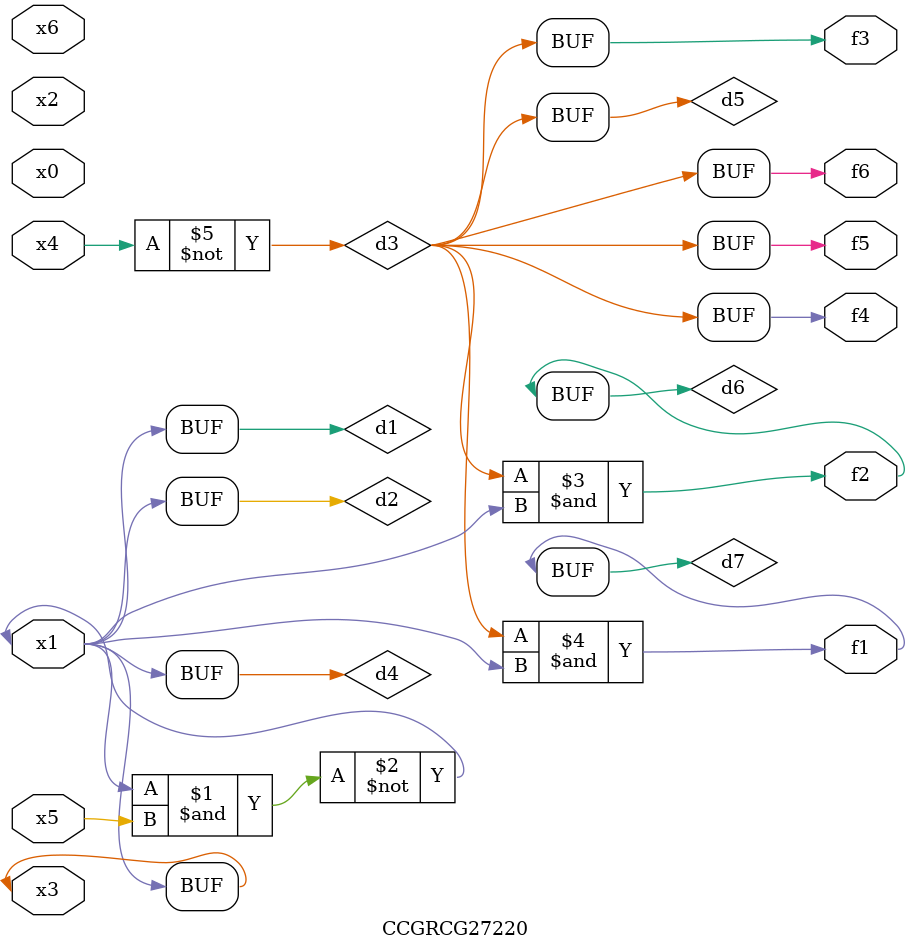
<source format=v>
module CCGRCG27220(
	input x0, x1, x2, x3, x4, x5, x6,
	output f1, f2, f3, f4, f5, f6
);

	wire d1, d2, d3, d4, d5, d6, d7;

	buf (d1, x1, x3);
	nand (d2, x1, x5);
	not (d3, x4);
	buf (d4, d1, d2);
	buf (d5, d3);
	and (d6, d3, d4);
	and (d7, d3, d4);
	assign f1 = d7;
	assign f2 = d6;
	assign f3 = d5;
	assign f4 = d5;
	assign f5 = d5;
	assign f6 = d5;
endmodule

</source>
